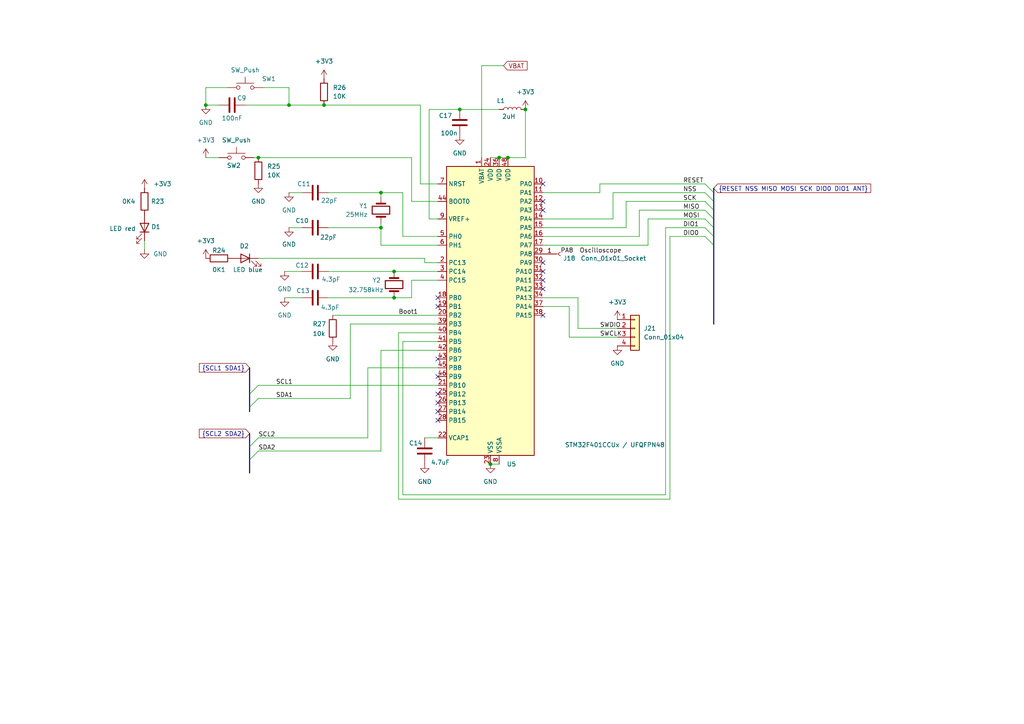
<source format=kicad_sch>
(kicad_sch (version 20231120) (generator "eeschema") (generator_version "8.0")
  (paper "A4")
  (title_block (title "ADCs for 10K thermistors") (date "2025-01-07") (rev "v0.1.1"))
  (lib_symbols
    (symbol "Connector_Generic:Conn_01x04" (pin_names (offset 1.016) hide)
      (property "Reference" "J" (at 0 5.08 0))
      (property "Value" "Conn_01x04" (at 0 -7.62 0))
      (symbol "Conn_01x04_1_1"
        (rectangle (start -1.27 -4.953) (end 0 -5.207) (stroke (width 0.1524)))
        (rectangle (start -1.27 -2.413) (end 0 -2.667) (stroke (width 0.1524)))
        (rectangle (start -1.27 0.127) (end 0 -0.127) (stroke (width 0.1524)))
        (rectangle (start -1.27 2.667) (end 0 2.413) (stroke (width 0.1524)))
        (rectangle (start -1.27 3.81) (end 1.27 -6.35) (stroke (width 0.254)) (fill (type background)))
        (pin passive line (at -5.08 2.54 0) (length 3.81) (name "Pin_1") (number "1"))
        (pin passive line (at -5.08 0 0) (length 3.81) (name "Pin_2") (number "2"))
        (pin passive line (at -5.08 -2.54 0) (length 3.81) (name "Pin_3") (number "3"))
        (pin passive line (at -5.08 -5.08 0) (length 3.81) (name "Pin_4") (number "4"))
      )
    )
    (symbol "Device:Crystal" (pin_numbers hide) (pin_names (offset 1.016) hide)
      (property "Reference" "Y" (at 0 3.81 0))
      (property "Value" "Crystal" (at 0 -3.81 0))
      (symbol "Crystal_0_1"
        (rectangle (start -1.143 2.54) (end 1.143 -2.54) (stroke (width 0.3048)))
        (polyline (pts (xy -2.54 0) (xy -1.905 0)))
        (polyline (pts (xy -1.905 -1.27) (xy -1.905 1.27)) (stroke (width 0.508)))
        (polyline (pts (xy 1.905 -1.27) (xy 1.905 1.27)) (stroke (width 0.508)))
        (polyline (pts (xy 2.54 0) (xy 1.905 0)))
      )
      (symbol "Crystal_1_1"
        (pin passive line (at -3.81 0 0) (length 1.27) (name "1") (number "1"))
        (pin passive line (at 3.81 0 180) (length 1.27) (name "2") (number "2"))
      )
    )
    (symbol "Device:L" (pin_numbers hide) (pin_names (offset 1.016) hide)
      (property "Reference" "L" (at -1.27 0 90))
      (property "Value" "L" (at 1.905 0 90))
      (symbol "L_0_1"
        (arc (start 0 -2.54) (mid 0.6323 -1.905) (end 0 -1.27))
        (arc (start 0 -1.27) (mid 0.6323 -0.635) (end 0 0))
        (arc (start 0 0) (mid 0.6323 0.635) (end 0 1.27))
        (arc (start 0 1.27) (mid 0.6323 1.905) (end 0 2.54))
      )
      (symbol "L_1_1"
        (pin passive line (at 0 3.81 270) (length 1.27) (name "1") (number "1"))
        (pin passive line (at 0 -3.81 90) (length 1.27) (name "2") (number "2"))
      )
    )
    (symbol "Device:LED" (pin_numbers hide) (pin_names (offset 1.016) hide)
      (property "Reference" "D" (at 0 2.54 0))
      (property "Value" "LED" (at 0 -2.54 0))
      (symbol "LED_0_1"
        (polyline (pts (xy -1.27 -1.27) (xy -1.27 1.27)) (stroke (width 0.254)))
        (polyline (pts (xy -1.27 0) (xy 1.27 0)))
        (polyline (pts (xy 1.27 -1.27) (xy 1.27 1.27) (xy -1.27 0) (xy 1.27 -1.27)) (stroke (width 0.254)))
        (polyline (pts (xy -3.048 -0.762) (xy -4.572 -2.286) (xy -3.81 -2.286) (xy -4.572 -2.286) (xy -4.572 -1.524)))
        (polyline (pts (xy -1.778 -0.762) (xy -3.302 -2.286) (xy -2.54 -2.286) (xy -3.302 -2.286) (xy -3.302 -1.524)))
      )
      (symbol "LED_1_1"
        (pin passive line (at -3.81 0 0) (length 2.54) (name "K") (number "1"))
        (pin passive line (at 3.81 0 180) (length 2.54) (name "A") (number "2"))
      )
    )
    (symbol "Device:R" (pin_numbers hide) (pin_names (offset 0))
      (property "Reference" "R" (at 2.032 0 90))
      (property "Value" "R" (at 0 0 90))
      (symbol "R_0_1"
        (rectangle (start -1.016 -2.54) (end 1.016 2.54) (stroke (width 0.254)))
      )
      (symbol "R_1_1"
        (pin passive line (at 0 3.81 270) (length 1.27) (name "~") (number "1"))
        (pin passive line (at 0 -3.81 90) (length 1.27) (name "~") (number "2"))
      )
    )
    (symbol "MCU_ST_STM32F4:STM32F401CCUx"
      (property "Reference" "U" (at -12.7 44.45 0))
      (property "Value" "STM32F401CCUx" (at 7.62 44.45 0))
      (symbol "STM32F401CCUx_0_1"
        (rectangle (start -12.7 -40.64) (end 12.7 43.18) (stroke (width 0.254)) (fill (type background)))
      )
      (symbol "STM32F401CCUx_1_1"
        (pin power_in line (at -2.54 45.72 270) (length 2.54) (name "VBAT") (number "1"))
        (pin bidirectional line (at 15.24 38.1 180) (length 2.54) (name "PA0") (number "10"))
        (pin bidirectional line (at 15.24 35.56 180) (length 2.54) (name "PA1") (number "11"))
        (pin bidirectional line (at 15.24 33.02 180) (length 2.54) (name "PA2") (number "12"))
        (pin bidirectional line (at 15.24 30.48 180) (length 2.54) (name "PA3") (number "13"))
        (pin bidirectional line (at 15.24 27.94 180) (length 2.54) (name "PA4") (number "14"))
        (pin bidirectional line (at 15.24 25.4 180) (length 2.54) (name "PA5") (number "15"))
        (pin bidirectional line (at 15.24 22.86 180) (length 2.54) (name "PA6") (number "16"))
        (pin bidirectional line (at 15.24 20.32 180) (length 2.54) (name "PA7") (number "17"))
        (pin bidirectional line (at -15.24 5.08 0) (length 2.54) (name "PB0") (number "18"))
        (pin bidirectional line (at -15.24 2.54 0) (length 2.54) (name "PB1") (number "19"))
        (pin bidirectional line (at -15.24 15.24 0) (length 2.54) (name "PC13") (number "2"))
        (pin bidirectional line (at -15.24 0 0) (length 2.54) (name "PB2") (number "20"))
        (pin bidirectional line (at -15.24 -20.32 0) (length 2.54) (name "PB10") (number "21"))
        (pin power_out line (at -15.24 -35.56 0) (length 2.54) (name "VCAP1") (number "22"))
        (pin power_in line (at 0 -43.18 90) (length 2.54) (name "VSS") (number "23"))
        (pin power_in line (at 0 45.72 270) (length 2.54) (name "VDD") (number "24"))
        (pin bidirectional line (at -15.24 -22.86 0) (length 2.54) (name "PB12") (number "25"))
        (pin bidirectional line (at -15.24 -25.4 0) (length 2.54) (name "PB13") (number "26"))
        (pin bidirectional line (at -15.24 -27.94 0) (length 2.54) (name "PB14") (number "27"))
        (pin bidirectional line (at -15.24 -30.48 0) (length 2.54) (name "PB15") (number "28"))
        (pin bidirectional line (at 15.24 17.78 180) (length 2.54) (name "PA8") (number "29"))
        (pin bidirectional line (at -15.24 12.7 0) (length 2.54) (name "PC14") (number "3"))
        (pin bidirectional line (at 15.24 15.24 180) (length 2.54) (name "PA9") (number "30"))
        (pin bidirectional line (at 15.24 12.7 180) (length 2.54) (name "PA10") (number "31"))
        (pin bidirectional line (at 15.24 10.16 180) (length 2.54) (name "PA11") (number "32"))
        (pin bidirectional line (at 15.24 7.62 180) (length 2.54) (name "PA12") (number "33"))
        (pin bidirectional line (at 15.24 5.08 180) (length 2.54) (name "PA13") (number "34"))
        (pin passive line (at 0 -43.18 90) (length 2.54) hide (name "VSS") (number "35"))
        (pin power_in line (at 2.54 45.72 270) (length 2.54) (name "VDD") (number "36"))
        (pin bidirectional line (at 15.24 2.54 180) (length 2.54) (name "PA14") (number "37"))
        (pin bidirectional line (at 15.24 0 180) (length 2.54) (name "PA15") (number "38"))
        (pin bidirectional line (at -15.24 -2.54 0) (length 2.54) (name "PB3") (number "39"))
        (pin bidirectional line (at -15.24 10.16 0) (length 2.54) (name "PC15") (number "4"))
        (pin bidirectional line (at -15.24 -5.08 0) (length 2.54) (name "PB4") (number "40"))
        (pin bidirectional line (at -15.24 -7.62 0) (length 2.54) (name "PB5") (number "41"))
        (pin bidirectional line (at -15.24 -10.16 0) (length 2.54) (name "PB6") (number "42"))
        (pin bidirectional line (at -15.24 -12.7 0) (length 2.54) (name "PB7") (number "43"))
        (pin input line (at -15.24 33.02 0) (length 2.54) (name "BOOT0") (number "44"))
        (pin bidirectional line (at -15.24 -15.24 0) (length 2.54) (name "PB8") (number "45"))
        (pin bidirectional line (at -15.24 -17.78 0) (length 2.54) (name "PB9") (number "46"))
        (pin passive line (at 0 -43.18 90) (length 2.54) hide (name "VSS") (number "47"))
        (pin power_in line (at 5.08 45.72 270) (length 2.54) (name "VDD") (number "48"))
        (pin passive line (at 0 -43.18 90) (length 2.54) hide (name "VSS") (number "49"))
        (pin bidirectional line (at -15.24 22.86 0) (length 2.54) (name "PH0") (number "5"))
        (pin bidirectional line (at -15.24 20.32 0) (length 2.54) (name "PH1") (number "6"))
        (pin input line (at -15.24 38.1 0) (length 2.54) (name "NRST") (number "7"))
        (pin power_in line (at 2.54 -43.18 90) (length 2.54) (name "VSSA") (number "8"))
        (pin input line (at -15.24 27.94 0) (length 2.54) (name "VREF+") (number "9"))
      )
    )
    (symbol "ProjectLib:C" (pin_numbers hide) (pin_names (offset 0.254))
      (property "Reference" "C" (at 0.635 2.54 0))
      (property "Value" "C" (at 0.635 -2.54 0))
      (symbol "C_0_1"
        (polyline (pts (xy -2.032 -0.762) (xy 2.032 -0.762)) (stroke (width 0.508)))
        (polyline (pts (xy -2.032 0.762) (xy 2.032 0.762)) (stroke (width 0.508)))
      )
      (symbol "C_1_1"
        (pin passive line (at 0 3.81 270) (length 2.794) (name "~") (number "1"))
        (pin passive line (at 0 -3.81 90) (length 2.794) (name "~") (number "2"))
      )
    )
    (symbol "ProjectLib:Conn_01x01_Socket" (pin_names (offset 1.016) hide)
      (property "Reference" "J" (at 0 2.54 0))
      (property "Value" "Conn_01x01_Socket" (at 0 -2.54 0))
      (symbol "Conn_01x01_Socket_1_1"
        (polyline (pts (xy -1.27 0) (xy -0.508 0)) (stroke (width 0.1524)))
        (arc (start 0 0.508) (mid -0.5058 0) (end 0 -0.508) (stroke (width 0.1524)))
        (pin passive line (at -5.08 0 0) (length 3.81) (name "Pin_1") (number "1"))
      )
    )
    (symbol "Switch:SW_Push" (pin_numbers hide) (pin_names (offset 1.016) hide)
      (property "Reference" "SW" (at 1.27 2.54 0))
      (property "Value" "SW_Push" (at 0 -1.524 0))
      (symbol "SW_Push_0_1"
        (circle (center -2.032 0) (radius 0.508))
        (polyline (pts (xy 0 1.27) (xy 0 3.048)))
        (polyline (pts (xy 2.54 1.27) (xy -2.54 1.27)))
        (circle (center 2.032 0) (radius 0.508))
        (pin passive line (at -5.08 0 0) (length 2.54) (name "1") (number "1"))
        (pin passive line (at 5.08 0 180) (length 2.54) (name "2") (number "2"))
      )
    )
    (symbol "power:+3V3" (power) (pin_numbers hide) (pin_names (offset 0) hide)
      (property "Value" "+3V3" (at 0 3.556 0))
      (symbol "+3V3_0_1"
        (polyline (pts (xy -0.762 1.27) (xy 0 2.54)))
        (polyline (pts (xy 0 0) (xy 0 2.54)))
        (polyline (pts (xy 0 2.54) (xy 0.762 1.27)))
      )
      (symbol "+3V3_1_1"
        (pin power_in line (at 0 0 90) (length 0) (name "~") (number "1"))
      )
    )
    (symbol "power:GND" (power) (pin_numbers hide) (pin_names (offset 0) hide)
      (property "Value" "GND" (at 0 -3.81 0))
      (symbol "GND_0_1"
        (polyline (pts (xy 0 0) (xy 0 -1.27) (xy 1.27 -1.27) (xy 0 -2.54) (xy -1.27 -1.27) (xy 0 -1.27)))
      )
      (symbol "GND_1_1"
        (pin power_in line (at 0 0 270) (length 0) (name "~") (number "1"))
      )
    )
  )
  (bus_alias "I2C1" (members "SCL1" "SDA1"))
  (junction (at 59.69 30.48))
  (junction (at 133.35 31.75))
  (junction (at 110.49 55.88))
  (junction (at 114.3 78.74))
  (junction (at 74.93 45.72))
  (junction (at 93.98 30.48))
  (junction (at 147.32 45.72))
  (junction (at 83.82 30.48))
  (junction (at 144.78 45.72))
  (junction (at 142.24 134.62))
  (junction (at 114.3 86.36))
  (junction (at 152.4 31.75))
  (junction (at 110.49 66.04))
  (no_connect (at 157.48 83.82))
  (no_connect (at 127 86.36))
  (no_connect (at 157.48 53.34))
  (no_connect (at 157.48 60.96))
  (no_connect (at 127 109.22))
  (no_connect (at 127 121.92))
  (no_connect (at 127 104.14))
  (no_connect (at 157.48 81.28))
  (no_connect (at 157.48 91.44))
  (no_connect (at 157.48 76.2))
  (no_connect (at 127 88.9))
  (no_connect (at 127 114.3))
  (no_connect (at 157.48 58.42))
  (no_connect (at 157.48 78.74))
  (no_connect (at 127 116.84))
  (no_connect (at 127 119.38))
  (bus_entry (at 207.01 63.5) (size -2.54 -2.54))
  (bus_entry (at 207.01 68.58) (size -2.54 -2.54))
  (bus_entry (at 207.01 60.96) (size -2.54 -2.54))
  (bus_entry (at 207.01 71.12) (size -2.54 -2.54))
  (bus_entry (at 72.39 129.54) (size 2.54 -2.54))
  (bus_entry (at 207.01 55.88) (size -2.54 -2.54))
  (bus_entry (at 72.39 133.35) (size 2.54 -2.54))
  (bus_entry (at 72.39 114.3) (size 2.54 -2.54))
  (bus_entry (at 72.39 118.11) (size 2.54 -2.54))
  (bus_entry (at 207.01 58.42) (size -2.54 -2.54))
  (bus_entry (at 207.01 66.04) (size -2.54 -2.54))
  (wire (pts (xy 185.42 68.58) (xy 185.42 60.96)))
  (wire (pts (xy 110.49 66.04) (xy 110.49 64.77)))
  (wire (pts (xy 133.35 31.75) (xy 144.78 31.75)))
  (wire (pts (xy 82.55 86.36) (xy 87.63 86.36)))
  (wire (pts (xy 194.31 144.78) (xy 194.31 68.58)))
  (bus (pts (xy 207.01 71.12) (xy 207.01 93.98)))
  (wire (pts (xy 95.25 86.36) (xy 114.3 86.36)))
  (wire (pts (xy 59.69 25.4) (xy 66.04 25.4)))
  (wire (pts (xy 193.04 66.04) (xy 193.04 143.51)))
  (wire (pts (xy 142.24 45.72) (xy 144.78 45.72)))
  (wire (pts (xy 139.7 19.05) (xy 139.7 45.72)))
  (wire (pts (xy 173.99 53.34) (xy 173.99 55.88)))
  (wire (pts (xy 127 68.58) (xy 116.84 68.58)))
  (wire (pts (xy 71.12 30.48) (xy 83.82 30.48)))
  (wire (pts (xy 157.48 88.9) (xy 165.1 88.9)))
  (wire (pts (xy 181.61 58.42) (xy 204.47 58.42)))
  (bus (pts (xy 207.01 60.96) (xy 207.01 63.5)))
  (wire (pts (xy 194.31 68.58) (xy 204.47 68.58)))
  (wire (pts (xy 121.92 30.48) (xy 93.98 30.48)))
  (wire (pts (xy 101.6 93.98) (xy 127 93.98)))
  (wire (pts (xy 83.82 66.04) (xy 87.63 66.04)))
  (wire (pts (xy 127 96.52) (xy 115.57 96.52)))
  (wire (pts (xy 119.38 58.42) (xy 119.38 45.72)))
  (wire (pts (xy 177.8 63.5) (xy 177.8 55.88)))
  (wire (pts (xy 193.04 143.51) (xy 116.84 143.51)))
  (wire (pts (xy 41.91 69.85) (xy 41.91 72.39)))
  (wire (pts (xy 95.25 78.74) (xy 114.3 78.74)))
  (wire (pts (xy 123.19 127) (xy 127 127)))
  (wire (pts (xy 152.4 31.75) (xy 152.4 45.72)))
  (wire (pts (xy 74.93 45.72) (xy 119.38 45.72)))
  (wire (pts (xy 193.04 66.04) (xy 204.47 66.04)))
  (wire (pts (xy 116.84 143.51) (xy 116.84 99.06)))
  (bus (pts (xy 207.01 54.61) (xy 207.01 55.88)))
  (wire (pts (xy 115.57 96.52) (xy 115.57 144.78)))
  (wire (pts (xy 139.7 19.05) (xy 146.05 19.05)))
  (wire (pts (xy 123.19 74.93) (xy 74.93 74.93)))
  (wire (pts (xy 157.48 66.04) (xy 181.61 66.04)))
  (bus (pts (xy 72.39 118.11) (xy 72.39 119.38)))
  (wire (pts (xy 96.52 91.44) (xy 127 91.44)))
  (wire (pts (xy 115.57 144.78) (xy 194.31 144.78)))
  (wire (pts (xy 157.48 55.88) (xy 173.99 55.88)))
  (wire (pts (xy 110.49 101.6) (xy 127 101.6)))
  (wire (pts (xy 157.48 68.58) (xy 185.42 68.58)))
  (wire (pts (xy 181.61 66.04) (xy 181.61 58.42)))
  (wire (pts (xy 121.92 53.34) (xy 127 53.34)))
  (wire (pts (xy 127 71.12) (xy 110.49 71.12)))
  (wire (pts (xy 83.82 55.88) (xy 87.63 55.88)))
  (wire (pts (xy 165.1 97.79) (xy 179.07 97.79)))
  (wire (pts (xy 127 81.28) (xy 119.38 81.28)))
  (wire (pts (xy 127 76.2) (xy 123.19 76.2)))
  (wire (pts (xy 82.55 78.74) (xy 87.63 78.74)))
  (wire (pts (xy 76.2 25.4) (xy 83.82 25.4)))
  (wire (pts (xy 116.84 68.58) (xy 116.84 55.88)))
  (wire (pts (xy 114.3 78.74) (xy 127 78.74)))
  (wire (pts (xy 74.93 130.81) (xy 110.49 130.81)))
  (wire (pts (xy 110.49 57.15) (xy 110.49 55.88)))
  (wire (pts (xy 59.69 30.48) (xy 63.5 30.48)))
  (wire (pts (xy 74.93 111.76) (xy 127 111.76)))
  (wire (pts (xy 144.78 45.72) (xy 147.32 45.72)))
  (bus (pts (xy 72.39 129.54) (xy 72.39 133.35)))
  (wire (pts (xy 124.46 63.5) (xy 124.46 31.75)))
  (wire (pts (xy 157.48 86.36) (xy 167.64 86.36)))
  (wire (pts (xy 127 63.5) (xy 124.46 63.5)))
  (wire (pts (xy 185.42 60.96) (xy 204.47 60.96)))
  (wire (pts (xy 157.48 63.5) (xy 177.8 63.5)))
  (wire (pts (xy 116.84 99.06) (xy 127 99.06)))
  (wire (pts (xy 187.96 63.5) (xy 204.47 63.5)))
  (wire (pts (xy 83.82 30.48) (xy 93.98 30.48)))
  (wire (pts (xy 74.93 127) (xy 106.68 127)))
  (wire (pts (xy 59.69 25.4) (xy 59.69 30.48)))
  (wire (pts (xy 95.25 55.88) (xy 110.49 55.88)))
  (wire (pts (xy 152.4 45.72) (xy 147.32 45.72)))
  (bus (pts (xy 72.39 133.35) (xy 72.39 137.16)))
  (wire (pts (xy 127 58.42) (xy 119.38 58.42)))
  (wire (pts (xy 167.64 95.25) (xy 179.07 95.25)))
  (bus (pts (xy 207.01 55.88) (xy 207.01 58.42)))
  (wire (pts (xy 119.38 81.28) (xy 119.38 86.36)))
  (wire (pts (xy 167.64 86.36) (xy 167.64 95.25)))
  (wire (pts (xy 177.8 55.88) (xy 204.47 55.88)))
  (bus (pts (xy 207.01 66.04) (xy 207.01 68.58)))
  (bus (pts (xy 207.01 68.58) (xy 207.01 71.12)))
  (wire (pts (xy 116.84 55.88) (xy 110.49 55.88)))
  (bus (pts (xy 207.01 63.5) (xy 207.01 66.04)))
  (wire (pts (xy 101.6 93.98) (xy 101.6 115.57)))
  (wire (pts (xy 110.49 101.6) (xy 110.49 130.81)))
  (wire (pts (xy 101.6 115.57) (xy 74.93 115.57)))
  (wire (pts (xy 142.24 134.62) (xy 144.78 134.62)))
  (wire (pts (xy 106.68 106.68) (xy 106.68 127)))
  (bus (pts (xy 72.39 114.3) (xy 72.39 118.11)))
  (wire (pts (xy 110.49 71.12) (xy 110.49 66.04)))
  (wire (pts (xy 123.19 74.93) (xy 123.19 76.2)))
  (wire (pts (xy 187.96 71.12) (xy 187.96 63.5)))
  (wire (pts (xy 95.25 66.04) (xy 110.49 66.04)))
  (bus (pts (xy 72.39 125.73) (xy 72.39 129.54)))
  (wire (pts (xy 119.38 86.36) (xy 114.3 86.36)))
  (wire (pts (xy 83.82 30.48) (xy 83.82 25.4)))
  (wire (pts (xy 127 106.68) (xy 106.68 106.68)))
  (wire (pts (xy 73.66 45.72) (xy 74.93 45.72)))
  (wire (pts (xy 59.69 45.72) (xy 63.5 45.72)))
  (wire (pts (xy 124.46 31.75) (xy 133.35 31.75)))
  (wire (pts (xy 157.48 71.12) (xy 187.96 71.12)))
  (bus (pts (xy 207.01 58.42) (xy 207.01 60.96)))
  (wire (pts (xy 165.1 88.9) (xy 165.1 97.79)))
  (wire (pts (xy 173.99 53.34) (xy 204.47 53.34)))
  (wire (pts (xy 121.92 53.34) (xy 121.92 30.48)))
  (bus (pts (xy 72.39 106.68) (xy 72.39 114.3)))
  (label "PA8  Oscilloscope" (at 162.56 73.66 0))
  (label "SCL1" (at 80.01 111.76 0))
  (label "MOSI" (at 198.12 63.5 0))
  (label "NSS" (at 198.12 55.88 0))
  (label "SWCLK" (at 173.99 97.79 0))
  (label "SDA1" (at 80.01 115.57 0))
  (label "SWDIO" (at 173.99 95.25 0))
  (label "SCL2" (at 74.93 127 0))
  (label "SDA2" (at 74.93 130.81 0))
  (label "RESET" (at 198.12 53.34 0))
  (label "Boot1" (at 115.57 91.44 0))
  (label "DIO0" (at 198.12 68.58 0))
  (label "MISO" (at 198.12 60.96 0))
  (label "DIO1" (at 198.12 66.04 0))
  (label "SCK" (at 198.12 58.42 0))
  (global_label "{SCL2 SDA2}" (shape input) (at 72.39 125.73 180) (property "Intersheetrefs" "${INTERSHEET_REFS}" (effects (hide yes))))
  (global_label "{RESET NSS MISO MOSI SCK DIO0 DIO1 ANT}" (shape input) (at 207.01 54.61 0) (property "Intersheetrefs" "${INTERSHEET_REFS}" (effects (hide yes))))
  (global_label "{SCL1 SDA1}" (shape input) (at 72.39 106.68 180) (property "Intersheetrefs" "${INTERSHEET_REFS}" (effects (hide yes))))
  (global_label "VBAT" (shape input) (at 146.05 19.05 0) (property "Intersheetrefs" "${INTERSHEET_REFS}" (effects (hide yes))))
  (symbol (lib_id "Device:LED") (at 41.91 66.04 270) (mirror x) (unit 1)
    (property "Reference" "D1" (at 45.212 65.786 90))
    (property "Value" "LED red" (at 35.56 66.294 90))
    (property "Description" "Light emitting diode" (effects (hide yes)))
  )
  (symbol (lib_id "power:GND") (at 133.35 39.37 0) (unit 1)
    (property "Reference" "#PWR076" (effects (hide yes)))
    (property "Value" "GND" (at 133.35 44.45 0))
    (property "Description" "Power symbol creates a global label with name \"GND\" , ground" (effects (hide yes)))
  )
  (symbol (lib_id "ProjectLib:C") (at 91.44 55.88 90) (unit 1)
    (property "Reference" "C11" (at 88.138 53.34 90))
    (property "Value" "22pF" (at 95.504 58.166 90))
    (property "Footprint" "ProjectLib:C_0805_2012Metric" (effects (hide yes)))
    (property "Description" "Unpolarized capacitor" (effects (hide yes)))
  )
  (symbol (lib_id "power:+3V3") (at 152.4 31.75 0) (unit 1)
    (property "Reference" "#PWR051" (effects (hide yes)))
    (property "Value" "+3V3" (at 152.4 26.67 0))
    (property "Description" "Power symbol creates a global label with name \"+3V3\"" (effects (hide yes)))
  )
  (symbol (lib_id "ProjectLib:Conn_01x01_Socket") (at 162.56 73.66 0) (unit 1)
    (property "Reference" "J18" (at 163.322 74.93 0) (effects (justify left)))
    (property "Value" "Conn_01x01_Socket" (at 168.402 74.93 0) (effects (justify left)))
    (property "Description" "Generic connector, single row, 01x01, script generated" (effects (hide yes)))
  )
  (symbol (lib_id "power:+3V3") (at 41.91 54.61 0) (unit 1)
    (property "Reference" "#PWR061" (effects (hide yes)))
    (property "Value" "+3V3" (at 44.45 53.3399 0) (effects (justify left)))
    (property "Description" "Power symbol creates a global label with name \"+3V3\"" (effects (hide yes)))
  )
  (symbol (lib_id "power:GND") (at 82.55 78.74 0) (unit 1)
    (property "Reference" "#PWR069" (effects (hide yes)))
    (property "Value" "GND" (at 82.55 83.82 0))
    (property "Description" "Power symbol creates a global label with name \"GND\" , ground" (effects (hide yes)))
  )
  (symbol (lib_id "power:+3V3") (at 179.07 92.71 0) (unit 1)
    (property "Reference" "#PWR062" (effects (hide yes)))
    (property "Value" "+3V3" (at 179.07 87.63 0))
    (property "Description" "Power symbol creates a global label with name \"+3V3\"" (effects (hide yes)))
  )
  (symbol (lib_id "Device:R") (at 96.52 95.25 0) (unit 1)
    (property "Reference" "R27" (at 90.678 93.98 0) (effects (justify left)))
    (property "Value" "10k" (at 90.678 96.774 0) (effects (justify left)))
    (property "Description" "Resistor" (effects (hide yes)))
  )
  (symbol (lib_id "Device:Crystal") (at 110.49 60.96 270) (mirror x) (unit 1)
    (property "Reference" "Y1" (at 106.68 59.6899 90) (effects (justify right)))
    (property "Value" "25MHz" (at 106.68 62.2299 90) (effects (justify right)))
    (property "Description" "Two pin crystal" (effects (hide yes)))
  )
  (symbol (lib_id "ProjectLib:C") (at 133.35 35.56 0) (unit 1)
    (property "Reference" "C17" (at 127.254 33.528 0) (effects (justify left)))
    (property "Value" "100n" (at 127.762 38.608 0) (effects (justify left)))
    (property "Footprint" "ProjectLib:C_0805_2012Metric" (effects (hide yes)))
    (property "Description" "Unpolarized capacitor" (effects (hide yes)))
  )
  (symbol (lib_id "power:GND") (at 41.91 72.39 0) (unit 1)
    (property "Reference" "#PWR063" (effects (hide yes)))
    (property "Value" "GND" (at 44.45 73.6599 0) (effects (justify left)))
    (property "Description" "Power symbol creates a global label with name \"GND\" , ground" (effects (hide yes)))
  )
  (symbol (lib_id "Connector_Generic:Conn_01x04") (at 184.15 95.25 0) (unit 1)
    (property "Reference" "J21" (at 186.69 95.2499 0) (effects (justify left)))
    (property "Value" "Conn_01x04" (at 186.69 97.7899 0) (effects (justify left)))
    (property "Description" "Generic connector, single row, 01x04, script generated (kicad-library-utils/schlib/autogen/connector/)" (effects (hide yes)))
  )
  (symbol (lib_id "power:GND") (at 83.82 66.04 0) (unit 1)
    (property "Reference" "#PWR070" (effects (hide yes)))
    (property "Value" "GND" (at 83.82 70.866 0))
    (property "Description" "Power symbol creates a global label with name \"GND\" , ground" (effects (hide yes)))
  )
  (symbol (lib_id "power:GND") (at 96.52 99.06 0) (unit 1)
    (property "Reference" "#PWR074" (effects (hide yes)))
    (property "Value" "GND" (at 96.52 104.14 0))
    (property "Description" "Power symbol creates a global label with name \"GND\" , ground" (effects (hide yes)))
  )
  (symbol (lib_id "Device:L") (at 148.59 31.75 90) (unit 1)
    (property "Reference" "L1" (at 145.288 29.21 90))
    (property "Value" "2uH" (at 147.574 33.782 90))
    (property "Description" "Inductor" (effects (hide yes)))
  )
  (symbol (lib_id "Device:R") (at 63.5 74.93 90) (unit 1)
    (property "Reference" "R24" (at 63.5 72.644 90))
    (property "Value" "0K1" (at 63.5 78.232 90))
    (property "Description" "Resistor" (effects (hide yes)))
  )
  (symbol (lib_id "Device:R") (at 41.91 58.42 0) (unit 1)
    (property "Reference" "R23" (at 45.72 58.42 0))
    (property "Value" "0K4" (at 37.338 58.42 0))
    (property "Description" "Resistor" (effects (hide yes)))
  )
  (symbol (lib_id "power:+3V3") (at 59.69 45.72 0) (unit 1)
    (property "Reference" "#PWR065" (effects (hide yes)))
    (property "Value" "+3V3" (at 59.69 40.64 0))
    (property "Description" "Power symbol creates a global label with name \"+3V3\"" (effects (hide yes)))
  )
  (symbol (lib_id "Device:LED") (at 71.12 74.93 0) (mirror y) (unit 1)
    (property "Reference" "D2" (at 70.866 71.374 0))
    (property "Value" "LED blue" (at 71.882 78.232 0))
    (property "Description" "Light emitting diode" (effects (hide yes)))
  )
  (symbol (lib_id "power:GND") (at 83.82 55.88 0) (unit 1)
    (property "Reference" "#PWR071" (effects (hide yes)))
    (property "Value" "GND" (at 83.82 60.96 0))
    (property "Description" "Power symbol creates a global label with name \"GND\" , ground" (effects (hide yes)))
  )
  (symbol (lib_id "power:GND") (at 179.07 100.33 0) (unit 1)
    (property "Reference" "#PWR060" (effects (hide yes)))
    (property "Value" "GND" (at 179.07 105.41 0))
    (property "Description" "Power symbol creates a global label with name \"GND\" , ground" (effects (hide yes)))
  )
  (symbol (lib_id "ProjectLib:C") (at 123.19 130.81 0) (unit 1)
    (property "Reference" "C14" (at 118.618 128.524 0) (effects (justify left)))
    (property "Value" "4.7uF" (at 124.968 134.112 0) (effects (justify left)))
    (property "Footprint" "ProjectLib:C_0805_2012Metric" (effects (hide yes)))
    (property "Description" "Unpolarized capacitor" (effects (hide yes)))
  )
  (symbol (lib_id "Device:R") (at 93.98 26.67 0) (unit 1)
    (property "Reference" "R26" (at 96.52 25.3999 0) (effects (justify left)))
    (property "Value" "10K" (at 96.52 27.9399 0) (effects (justify left)))
    (property "Description" "Resistor" (effects (hide yes)))
  )
  (symbol (lib_id "Device:R") (at 74.93 49.53 0) (unit 1)
    (property "Reference" "R25" (at 77.47 48.2599 0) (effects (justify left)))
    (property "Value" "10K" (at 77.47 50.7999 0) (effects (justify left)))
    (property "Description" "Resistor" (effects (hide yes)))
  )
  (symbol (lib_id "power:+3V3") (at 93.98 22.86 0) (unit 1)
    (property "Reference" "#PWR066" (effects (hide yes)))
    (property "Value" "+3V3" (at 93.98 17.78 0))
    (property "Description" "Power symbol creates a global label with name \"+3V3\"" (effects (hide yes)))
  )
  (symbol (lib_id "ProjectLib:C") (at 91.44 78.74 90) (unit 1)
    (property "Reference" "C12" (at 87.63 76.962 90))
    (property "Value" "4.3pF" (at 96.012 81.026 90))
    (property "Footprint" "ProjectLib:C_0805_2012Metric" (effects (hide yes)))
    (property "Description" "Unpolarized capacitor" (effects (hide yes)))
  )
  (symbol (lib_id "power:+3V3") (at 59.69 74.93 0) (unit 1)
    (property "Reference" "#PWR059" (effects (hide yes)))
    (property "Value" "+3V3" (at 59.69 69.85 0))
    (property "Description" "Power symbol creates a global label with name \"+3V3\"" (effects (hide yes)))
  )
  (symbol (lib_id "ProjectLib:C") (at 91.44 66.04 90) (unit 1)
    (property "Reference" "C10" (at 87.63 64.008 90))
    (property "Value" "22pF" (at 95.25 68.834 90))
    (property "Footprint" "ProjectLib:C_0805_2012Metric" (effects (hide yes)))
    (property "Description" "Unpolarized capacitor" (effects (hide yes)))
  )
  (symbol (lib_id "power:GND") (at 123.19 134.62 0) (unit 1)
    (property "Reference" "#PWR072" (effects (hide yes)))
    (property "Value" "GND" (at 123.19 139.7 0))
    (property "Description" "Power symbol creates a global label with name \"GND\" , ground" (effects (hide yes)))
  )
  (symbol (lib_id "Switch:SW_Push") (at 71.12 25.4 0) (unit 1)
    (property "Reference" "SW1" (at 77.978 22.86 0))
    (property "Value" "SW_Push" (at 71.12 20.32 0))
    (property "Description" "Push button switch, generic, two pins" (effects (hide yes)))
  )
  (symbol (lib_id "power:GND") (at 142.24 134.62 0) (unit 1)
    (property "Reference" "#PWR058" (effects (hide yes)))
    (property "Value" "GND" (at 142.24 139.7 0))
    (property "Description" "Power symbol creates a global label with name \"GND\" , ground" (effects (hide yes)))
  )
  (symbol (lib_id "power:GND") (at 59.69 30.48 0) (unit 1)
    (property "Reference" "#PWR067" (effects (hide yes)))
    (property "Value" "GND" (at 59.69 35.56 0))
    (property "Description" "Power symbol creates a global label with name \"GND\" , ground" (effects (hide yes)))
  )
  (symbol (lib_id "power:GND") (at 82.55 86.36 0) (unit 1)
    (property "Reference" "#PWR068" (effects (hide yes)))
    (property "Value" "GND" (at 82.55 91.44 0))
    (property "Description" "Power symbol creates a global label with name \"GND\" , ground" (effects (hide yes)))
  )
  (symbol (lib_id "Switch:SW_Push") (at 68.58 45.72 0) (unit 1)
    (property "Reference" "SW2" (at 67.818 48.006 0))
    (property "Value" "SW_Push" (at 68.58 40.64 0))
    (property "Description" "Push button switch, generic, two pins" (effects (hide yes)))
  )
  (symbol (lib_id "MCU_ST_STM32F4:STM32F401CCUx") (at 142.24 91.44 0) (unit 1)
    (property "Reference" "U5" (at 146.9741 134.62 0) (effects (justify left)))
    (property "Value" "STM32F401CCUx / UFQFPN48" (at 163.83 129.032 0) (effects (justify left)))
    (property "Footprint" "Package_DFN_QFN:QFN-48-1EP_7x7mm_P0.5mm_EP5.6x5.6mm" (effects (hide yes)))
    (property "Datasheet" "https://www.st.com/resource/en/datasheet/stm32f401cc.pdf" (effects (hide yes)))
    (property "Description" "STMicroelectronics Arm Cortex-M4 MCU, 256KB flash, 64KB RAM, 84 MHz, 1.7-3.6V, 36 GPIO, UFQFPN48" (effects (hide yes)))
  )
  (symbol (lib_id "ProjectLib:C") (at 91.44 86.36 90) (unit 1)
    (property "Reference" "C13" (at 87.884 84.328 90))
    (property "Value" "4.3pF" (at 95.758 89.154 90))
    (property "Footprint" "ProjectLib:C_0805_2012Metric" (effects (hide yes)))
    (property "Description" "Unpolarized capacitor" (effects (hide yes)))
  )
  (symbol (lib_id "ProjectLib:C") (at 67.31 30.48 90) (unit 1)
    (property "Reference" "C9" (at 70.104 28.448 90))
    (property "Value" "100nF" (at 67.31 34.29 90))
    (property "Footprint" "ProjectLib:C_0805_2012Metric" (effects (hide yes)))
    (property "Description" "Unpolarized capacitor" (effects (hide yes)))
  )
  (symbol (lib_id "Device:Crystal") (at 114.3 82.55 270) (mirror x) (unit 1)
    (property "Reference" "Y2" (at 110.49 81.2799 90) (effects (justify right)))
    (property "Value" "32.758kHz" (at 111.252 84.074 90) (effects (justify right)))
    (property "Description" "Two pin crystal" (effects (hide yes)))
  )
  (symbol (lib_id "power:GND") (at 74.93 53.34 0) (unit 1)
    (property "Reference" "#PWR064" (effects (hide yes)))
    (property "Value" "GND" (at 74.93 58.42 0))
    (property "Description" "Power symbol creates a global label with name \"GND\" , ground" (effects (hide yes)))
  )
)
</source>
